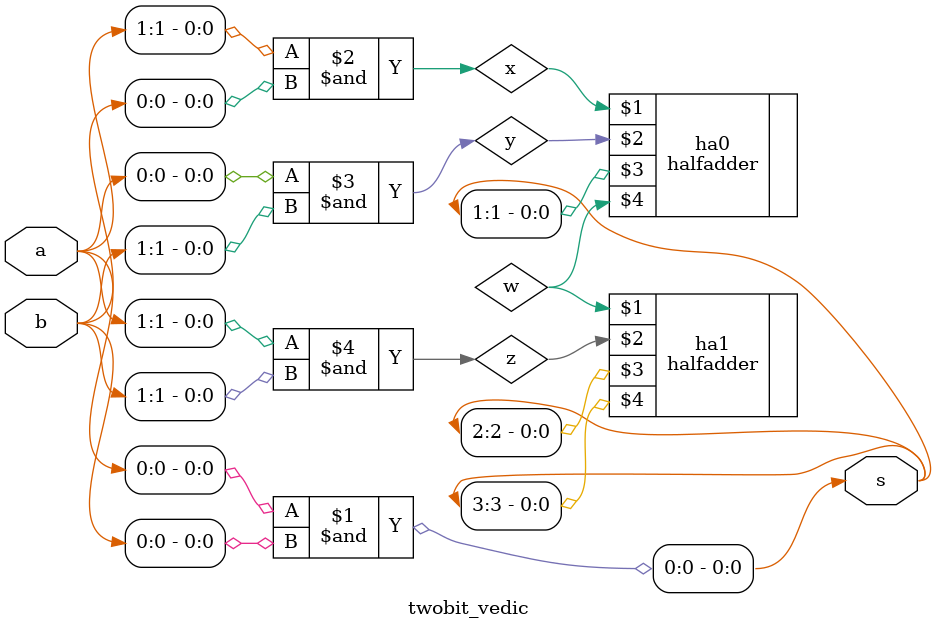
<source format=v>
`timescale 1ns / 1ps

module twobit_vedic(a,b,s);
input [1:0]a,b;
output [4:0]s;
wire x,y,z,w;

and (s[0],a[0],b[0]);
and (x,a[1],b[0]);
and (y,a[0],b[1]);
and (z,a[1],b[1]);

halfadder ha0(x,y,s[1],w);
halfadder ha1(w,z,s[2],s[3]);

endmodule

</source>
